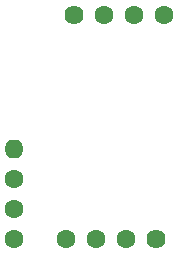
<source format=gbs>
G04*
G04 #@! TF.GenerationSoftware,Altium Limited,Altium Designer,24.10.1 (45)*
G04*
G04 Layer_Color=16711935*
%FSLAX25Y25*%
%MOIN*%
G70*
G04*
G04 #@! TF.SameCoordinates,E5876448-55ED-4AE9-9455-0B125572086D*
G04*
G04*
G04 #@! TF.FilePolarity,Negative*
G04*
G01*
G75*
%ADD15O,0.06318X0.06436*%
%ADD16C,0.06318*%
%ADD17O,0.06436X0.06318*%
D15*
X56600Y8300D02*
D03*
X29000Y83000D02*
D03*
D16*
X46600Y8300D02*
D03*
X36600D02*
D03*
X26600D02*
D03*
X39000Y83000D02*
D03*
X49000D02*
D03*
X59000D02*
D03*
X9100Y28300D02*
D03*
Y18300D02*
D03*
Y8300D02*
D03*
D17*
Y38300D02*
D03*
M02*

</source>
